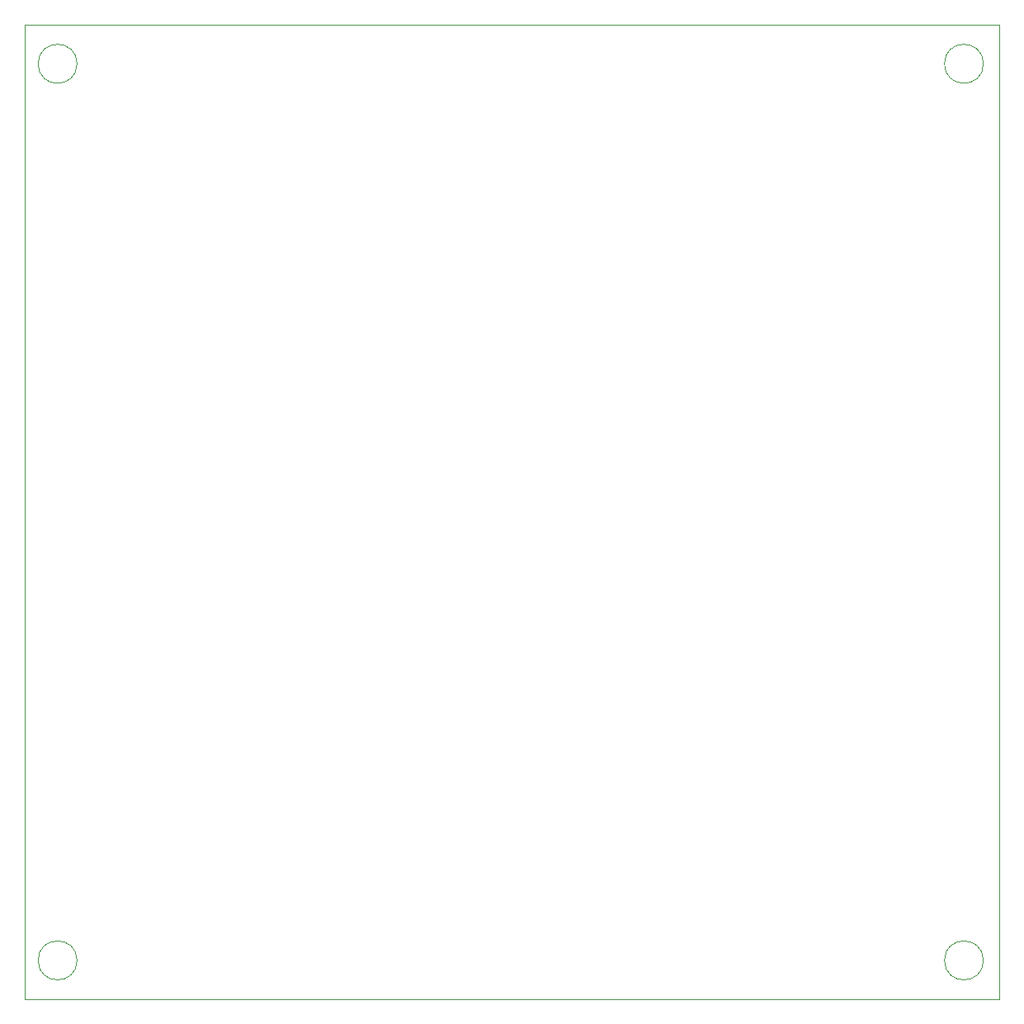
<source format=gbr>
%TF.GenerationSoftware,KiCad,Pcbnew,8.0.5*%
%TF.CreationDate,2024-10-27T13:39:58+01:00*%
%TF.ProjectId,V4.0HackPad,56342e30-4861-4636-9b50-61642e6b6963,3*%
%TF.SameCoordinates,Original*%
%TF.FileFunction,Profile,NP*%
%FSLAX46Y46*%
G04 Gerber Fmt 4.6, Leading zero omitted, Abs format (unit mm)*
G04 Created by KiCad (PCBNEW 8.0.5) date 2024-10-27 13:39:58*
%MOMM*%
%LPD*%
G01*
G04 APERTURE LIST*
%TA.AperFunction,Profile*%
%ADD10C,0.050000*%
%TD*%
G04 APERTURE END LIST*
D10*
X184000000Y-141000000D02*
G75*
G02*
X180000000Y-141000000I-2000000J0D01*
G01*
X180000000Y-141000000D02*
G75*
G02*
X184000000Y-141000000I2000000J0D01*
G01*
X184000000Y-49000000D02*
G75*
G02*
X180000000Y-49000000I-2000000J0D01*
G01*
X180000000Y-49000000D02*
G75*
G02*
X184000000Y-49000000I2000000J0D01*
G01*
X85620000Y-45000000D02*
X185620000Y-45000000D01*
X185620000Y-145000000D01*
X85620000Y-145000000D01*
X85620000Y-45000000D01*
X91000000Y-141000000D02*
G75*
G02*
X87000000Y-141000000I-2000000J0D01*
G01*
X87000000Y-141000000D02*
G75*
G02*
X91000000Y-141000000I2000000J0D01*
G01*
X91000000Y-49000000D02*
G75*
G02*
X87000000Y-49000000I-2000000J0D01*
G01*
X87000000Y-49000000D02*
G75*
G02*
X91000000Y-49000000I2000000J0D01*
G01*
M02*

</source>
